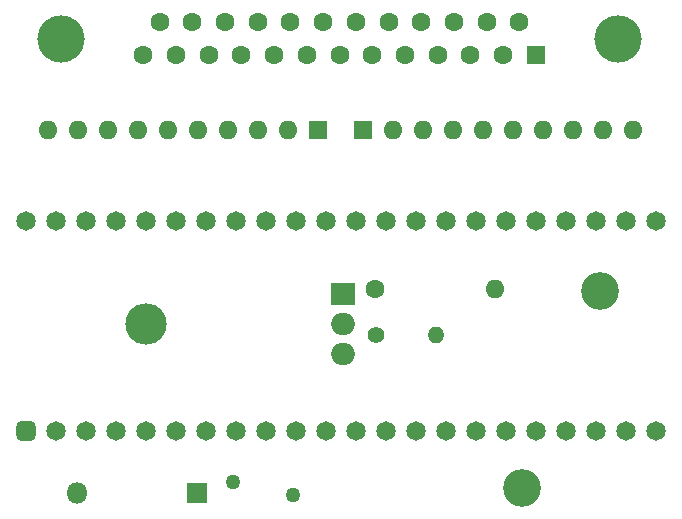
<source format=gbr>
%TF.GenerationSoftware,KiCad,Pcbnew,6.0.5-a6ca702e91~116~ubuntu21.10.1*%
%TF.CreationDate,2022-08-24T06:01:09-06:00*%
%TF.ProjectId,DB25m_F4Lite_THTV1_1,44423235-6d5f-4463-944c-6974655f5448,rev?*%
%TF.SameCoordinates,Original*%
%TF.FileFunction,Soldermask,Top*%
%TF.FilePolarity,Negative*%
%FSLAX46Y46*%
G04 Gerber Fmt 4.6, Leading zero omitted, Abs format (unit mm)*
G04 Created by KiCad (PCBNEW 6.0.5-a6ca702e91~116~ubuntu21.10.1) date 2022-08-24 06:01:09*
%MOMM*%
%LPD*%
G01*
G04 APERTURE LIST*
G04 Aperture macros list*
%AMRoundRect*
0 Rectangle with rounded corners*
0 $1 Rounding radius*
0 $2 $3 $4 $5 $6 $7 $8 $9 X,Y pos of 4 corners*
0 Add a 4 corners polygon primitive as box body*
4,1,4,$2,$3,$4,$5,$6,$7,$8,$9,$2,$3,0*
0 Add four circle primitives for the rounded corners*
1,1,$1+$1,$2,$3*
1,1,$1+$1,$4,$5*
1,1,$1+$1,$6,$7*
1,1,$1+$1,$8,$9*
0 Add four rect primitives between the rounded corners*
20,1,$1+$1,$2,$3,$4,$5,0*
20,1,$1+$1,$4,$5,$6,$7,0*
20,1,$1+$1,$6,$7,$8,$9,0*
20,1,$1+$1,$8,$9,$2,$3,0*%
G04 Aperture macros list end*
%ADD10C,3.200000*%
%ADD11C,1.270000*%
%ADD12R,1.600000X1.600000*%
%ADD13O,1.600000X1.600000*%
%ADD14R,1.800000X1.800000*%
%ADD15O,1.800000X1.800000*%
%ADD16RoundRect,0.412500X0.412500X-0.412500X0.412500X0.412500X-0.412500X0.412500X-0.412500X-0.412500X0*%
%ADD17C,1.650000*%
%ADD18C,4.000000*%
%ADD19C,1.600000*%
%ADD20C,1.400000*%
%ADD21O,1.400000X1.400000*%
%ADD22O,3.500000X3.500000*%
%ADD23R,2.000000X1.905000*%
%ADD24O,2.000000X1.905000*%
G04 APERTURE END LIST*
D10*
%TO.C,REF\u002A\u002A*%
X151290020Y-89138760D03*
%TD*%
%TO.C,REF\u002A\u002A*%
X157871160Y-72522080D03*
%TD*%
D11*
%TO.C,F1*%
X126830000Y-88640000D03*
X131910000Y-89783000D03*
%TD*%
D12*
%TO.C,RN1*%
X133982460Y-58831480D03*
D13*
X131442460Y-58831480D03*
X128902460Y-58831480D03*
X126362460Y-58831480D03*
X123822460Y-58831480D03*
X121282460Y-58831480D03*
X118742460Y-58831480D03*
X116202460Y-58831480D03*
X113662460Y-58831480D03*
X111122460Y-58831480D03*
%TD*%
D12*
%TO.C,RN2*%
X137792460Y-58831480D03*
D13*
X140332460Y-58831480D03*
X142872460Y-58831480D03*
X145412460Y-58831480D03*
X147952460Y-58831480D03*
X150492460Y-58831480D03*
X153032460Y-58831480D03*
X155572460Y-58831480D03*
X158112460Y-58831480D03*
X160652460Y-58831480D03*
%TD*%
D14*
%TO.C,D1*%
X123730000Y-89600000D03*
D15*
X113570000Y-89600000D03*
%TD*%
D16*
%TO.C,U2*%
X109284675Y-84301342D03*
D17*
X111824675Y-84301342D03*
X114364675Y-84301342D03*
X116904675Y-84301342D03*
X119444675Y-84301342D03*
X121984675Y-84301342D03*
X124524675Y-84301342D03*
X127064675Y-84301342D03*
X129604675Y-84301342D03*
X132144675Y-84301342D03*
X134684675Y-84301342D03*
X137224675Y-84301342D03*
X139764675Y-84301342D03*
X142304675Y-84301342D03*
X144844675Y-84301342D03*
X147384675Y-84301342D03*
X149924675Y-84301342D03*
X152464675Y-84301342D03*
X155004675Y-84301342D03*
X157544675Y-84301342D03*
X160084675Y-84301342D03*
X162624675Y-84301342D03*
X162624675Y-66521342D03*
X160084675Y-66521342D03*
X157544675Y-66521342D03*
X155004675Y-66521342D03*
X152464675Y-66521342D03*
X149924675Y-66521342D03*
X147384675Y-66521342D03*
X144844675Y-66521342D03*
X142304675Y-66521342D03*
X139764675Y-66521342D03*
X137224675Y-66521342D03*
X134684675Y-66521342D03*
X132144675Y-66521342D03*
X129604675Y-66521342D03*
X127064675Y-66521342D03*
X124524675Y-66521342D03*
X121984675Y-66521342D03*
X119444675Y-66521342D03*
X116904675Y-66521342D03*
X114364675Y-66521342D03*
X111824675Y-66521342D03*
X109284675Y-66521342D03*
%TD*%
D18*
%TO.C,J6*%
X112280800Y-51114820D03*
X159380800Y-51114820D03*
D12*
X152450800Y-52534820D03*
D19*
X149680800Y-52534820D03*
X146910800Y-52534820D03*
X144140800Y-52534820D03*
X141370800Y-52534820D03*
X138600800Y-52534820D03*
X135830800Y-52534820D03*
X133060800Y-52534820D03*
X130290800Y-52534820D03*
X127520800Y-52534820D03*
X124750800Y-52534820D03*
X121980800Y-52534820D03*
X119210800Y-52534820D03*
X151065800Y-49694820D03*
X148295800Y-49694820D03*
X145525800Y-49694820D03*
X142755800Y-49694820D03*
X139985800Y-49694820D03*
X137215800Y-49694820D03*
X134445800Y-49694820D03*
X131675800Y-49694820D03*
X128905800Y-49694820D03*
X126135800Y-49694820D03*
X123365800Y-49694820D03*
X120595800Y-49694820D03*
%TD*%
%TO.C,R1*%
X138827414Y-72325242D03*
D13*
X148987414Y-72325242D03*
%TD*%
D20*
%TO.C,R2*%
X138954414Y-76198744D03*
D21*
X144034414Y-76198744D03*
%TD*%
D22*
%TO.C,U1*%
X119436914Y-75246244D03*
D23*
X136096914Y-72706244D03*
D24*
X136096914Y-75246244D03*
X136096914Y-77786244D03*
%TD*%
M02*

</source>
